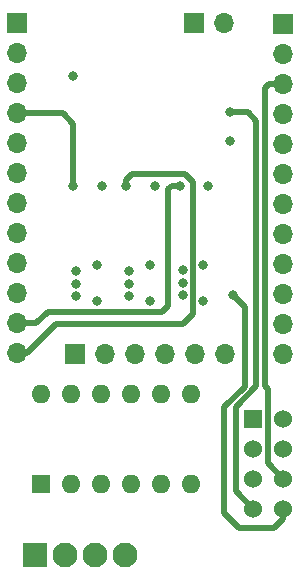
<source format=gbr>
G04 #@! TF.GenerationSoftware,KiCad,Pcbnew,(5.1.5)-3*
G04 #@! TF.CreationDate,2020-06-15T12:52:53-05:00*
G04 #@! TF.ProjectId,LightDriverShieldVer1,4c696768-7444-4726-9976-657253686965,rev?*
G04 #@! TF.SameCoordinates,Original*
G04 #@! TF.FileFunction,Copper,L2,Inr*
G04 #@! TF.FilePolarity,Positive*
%FSLAX46Y46*%
G04 Gerber Fmt 4.6, Leading zero omitted, Abs format (unit mm)*
G04 Created by KiCad (PCBNEW (5.1.5)-3) date 2020-06-15 12:52:53*
%MOMM*%
%LPD*%
G04 APERTURE LIST*
%ADD10O,1.700000X1.700000*%
%ADD11R,1.700000X1.700000*%
%ADD12C,1.524000*%
%ADD13R,1.524000X1.524000*%
%ADD14O,1.600000X1.600000*%
%ADD15R,1.600000X1.600000*%
%ADD16C,2.100000*%
%ADD17R,2.100000X2.100000*%
%ADD18C,0.800000*%
%ADD19C,0.500000*%
G04 APERTURE END LIST*
D10*
X117500000Y-92000000D03*
D11*
X114960000Y-92000000D03*
D12*
X122540000Y-133120000D03*
X120000000Y-133120000D03*
X122540000Y-130580000D03*
X120000000Y-130580000D03*
X122540000Y-128040000D03*
X120000000Y-128040000D03*
X122540000Y-125500000D03*
D13*
X120000000Y-125500000D03*
D14*
X102000000Y-123380000D03*
X114700000Y-131000000D03*
X104540000Y-123380000D03*
X112160000Y-131000000D03*
X107080000Y-123380000D03*
X109620000Y-131000000D03*
X109620000Y-123380000D03*
X107080000Y-131000000D03*
X112160000Y-123380000D03*
X104540000Y-131000000D03*
X114700000Y-123380000D03*
D15*
X102000000Y-131000000D03*
D16*
X109120000Y-137000000D03*
X106580000Y-137000000D03*
X104040000Y-137000000D03*
D17*
X101500000Y-137000000D03*
D10*
X117620000Y-120000000D03*
X115080000Y-120000000D03*
X112540000Y-120000000D03*
X110000000Y-120000000D03*
X107460000Y-120000000D03*
D11*
X104920000Y-120000000D03*
D10*
X122500000Y-120000000D03*
X122500000Y-117460000D03*
X122500000Y-114920000D03*
X122500000Y-112380000D03*
X122500000Y-109840000D03*
X122500000Y-107300000D03*
X122500000Y-104760000D03*
X122500000Y-102220000D03*
X122500000Y-99680000D03*
X122500000Y-97140000D03*
X122500000Y-94600000D03*
D11*
X122500000Y-92060000D03*
D10*
X100000000Y-119940000D03*
X100000000Y-117400000D03*
X100000000Y-114860000D03*
X100000000Y-112320000D03*
X100000000Y-109780000D03*
X100000000Y-107240000D03*
X100000000Y-104700000D03*
X100000000Y-102160000D03*
X100000000Y-99620000D03*
X100000000Y-97080000D03*
X100000000Y-94540000D03*
D11*
X100000000Y-92000000D03*
D18*
X105000000Y-115100000D03*
X105000000Y-113000000D03*
X109500000Y-113000000D03*
X109500000Y-115100000D03*
X114000000Y-115050000D03*
X114000000Y-112900000D03*
X105000000Y-114050000D03*
X109500000Y-114050000D03*
X111250000Y-112500000D03*
X111250000Y-115500000D03*
X106750000Y-112500000D03*
X106750000Y-115500000D03*
X115750000Y-115500000D03*
X115750000Y-112500000D03*
X111649990Y-105750000D03*
X116149990Y-105750000D03*
X107149990Y-105750000D03*
X104750000Y-96500000D03*
X118000000Y-99500000D03*
X118000002Y-102000000D03*
X109250000Y-105750000D03*
X113750000Y-105750000D03*
X104750000Y-105750000D03*
X118250000Y-115000000D03*
X114000000Y-114000000D03*
D19*
X119500000Y-99500000D02*
X118000000Y-99500000D01*
X120250000Y-100250000D02*
X119500000Y-99500000D01*
X120250000Y-122750000D02*
X120250000Y-100250000D01*
X118500000Y-124500000D02*
X120250000Y-122750000D01*
X120000000Y-133120000D02*
X118500000Y-131620000D01*
X118500000Y-131620000D02*
X118500000Y-124500000D01*
X121297919Y-97140000D02*
X122500000Y-97140000D01*
X120950010Y-97487909D02*
X121297919Y-97140000D01*
X120950010Y-122700010D02*
X120950010Y-97487909D01*
X121212001Y-122962001D02*
X120950010Y-122700010D01*
X122540000Y-130580000D02*
X121212001Y-129252001D01*
X121212001Y-129252001D02*
X121212001Y-122962001D01*
X109250000Y-105250000D02*
X109250000Y-105750000D01*
X109750000Y-104750000D02*
X109250000Y-105250000D01*
X114250000Y-104750000D02*
X109750000Y-104750000D01*
X100000000Y-119940000D02*
X100810000Y-119940000D01*
X103250000Y-117500000D02*
X114000000Y-117500000D01*
X114000000Y-117500000D02*
X114899999Y-116600001D01*
X114899999Y-116600001D02*
X114899999Y-105399999D01*
X100810000Y-119940000D02*
X103250000Y-117500000D01*
X114899999Y-105399999D02*
X114250000Y-104750000D01*
X102575010Y-116424990D02*
X112275010Y-116424990D01*
X100000000Y-117400000D02*
X101600000Y-117400000D01*
X112275010Y-116424990D02*
X112800000Y-115900000D01*
X101600000Y-117400000D02*
X102575010Y-116424990D01*
X112800000Y-115900000D02*
X112800000Y-106050000D01*
X113100000Y-105750000D02*
X113750000Y-105750000D01*
X112800000Y-106050000D02*
X113100000Y-105750000D01*
X104750000Y-100500000D02*
X104750000Y-105750000D01*
X100000000Y-99620000D02*
X103870000Y-99620000D01*
X103870000Y-99620000D02*
X104750000Y-100500000D01*
X119250000Y-116000000D02*
X118250000Y-115000000D01*
X122540000Y-133960000D02*
X121750000Y-134750000D01*
X121750000Y-134750000D02*
X118750000Y-134750000D01*
X122540000Y-133120000D02*
X122540000Y-133960000D01*
X118750000Y-134750000D02*
X117500000Y-133500000D01*
X117500000Y-133500000D02*
X117500000Y-124510038D01*
X119250000Y-122760038D02*
X119250000Y-116000000D01*
X117500000Y-124510038D02*
X119250000Y-122760038D01*
M02*

</source>
